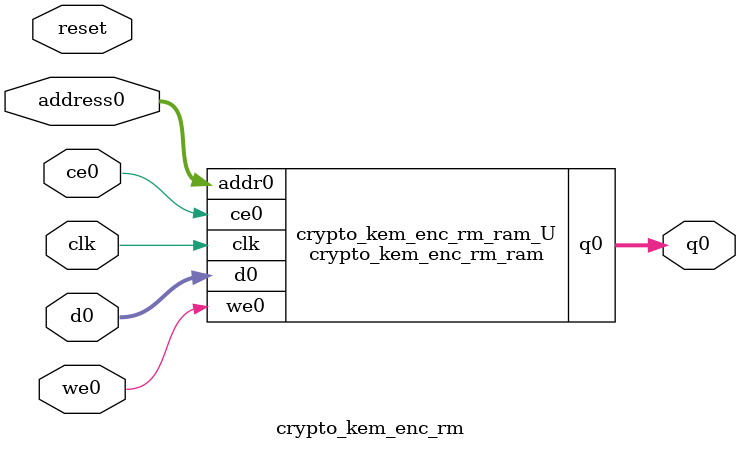
<source format=v>
`timescale 1 ns / 1 ps
module crypto_kem_enc_rm_ram (addr0, ce0, d0, we0, q0,  clk);

parameter DWIDTH = 8;
parameter AWIDTH = 9;
parameter MEM_SIZE = 272;

input[AWIDTH-1:0] addr0;
input ce0;
input[DWIDTH-1:0] d0;
input we0;
output reg[DWIDTH-1:0] q0;
input clk;

(* ram_style = "block" *)reg [DWIDTH-1:0] ram[0:MEM_SIZE-1];




always @(posedge clk)  
begin 
    if (ce0) 
    begin
        if (we0) 
        begin 
            ram[addr0] <= d0; 
        end 
        q0 <= ram[addr0];
    end
end


endmodule

`timescale 1 ns / 1 ps
module crypto_kem_enc_rm(
    reset,
    clk,
    address0,
    ce0,
    we0,
    d0,
    q0);

parameter DataWidth = 32'd8;
parameter AddressRange = 32'd272;
parameter AddressWidth = 32'd9;
input reset;
input clk;
input[AddressWidth - 1:0] address0;
input ce0;
input we0;
input[DataWidth - 1:0] d0;
output[DataWidth - 1:0] q0;



crypto_kem_enc_rm_ram crypto_kem_enc_rm_ram_U(
    .clk( clk ),
    .addr0( address0 ),
    .ce0( ce0 ),
    .we0( we0 ),
    .d0( d0 ),
    .q0( q0 ));

endmodule


</source>
